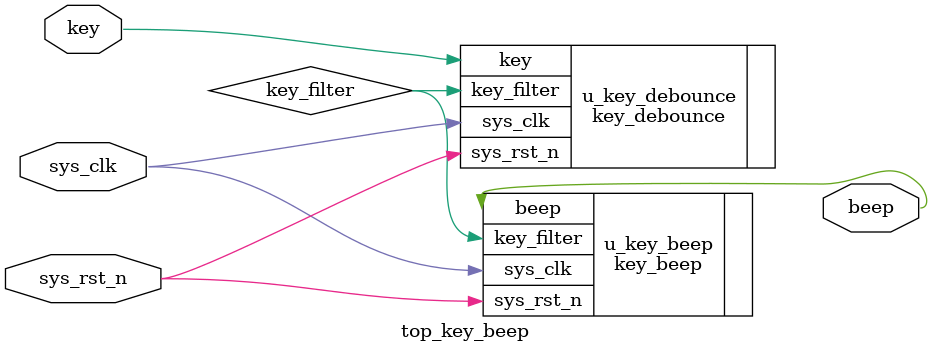
<source format=v>
module top_key_beep(input sys_clk,   // system clock
                    input sys_rst_n, // reset signal, low active
                    input key,       // key input
                    output beep);    // beep output
    
    wire key_filter;
    
    parameter T = 20'd1_000_000;
    
    key_debounce #(
    .T (T))
    u_key_debounce (
    .sys_clk                 (sys_clk),
    .sys_rst_n               (sys_rst_n),
    .key                     (key),
    .key_filter              (key_filter)
    );
    
    key_beep  u_key_beep (
    .sys_clk                 (sys_clk),
    .sys_rst_n               (sys_rst_n),
    .key_filter              (key_filter),
    .beep                    (beep)
    );
    
    
endmodule

</source>
